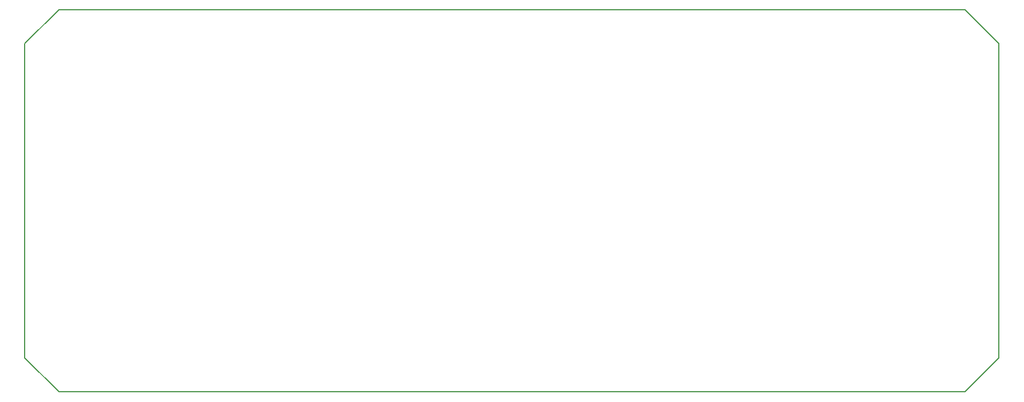
<source format=gbr>
%TF.GenerationSoftware,KiCad,Pcbnew,(5.1.10)-1*%
%TF.CreationDate,2022-09-03T16:46:32+05:30*%
%TF.ProjectId,ENC-nrf-301-02-REV05,454e432d-6e72-4662-9d33-30312d30322d,rev?*%
%TF.SameCoordinates,Original*%
%TF.FileFunction,Profile,NP*%
%FSLAX46Y46*%
G04 Gerber Fmt 4.6, Leading zero omitted, Abs format (unit mm)*
G04 Created by KiCad (PCBNEW (5.1.10)-1) date 2022-09-03 16:46:32*
%MOMM*%
%LPD*%
G01*
G04 APERTURE LIST*
%TA.AperFunction,Profile*%
%ADD10C,0.150000*%
%TD*%
G04 APERTURE END LIST*
D10*
X229950000Y-128400000D02*
X95950000Y-128400000D01*
X90950000Y-123400000D02*
X95950000Y-128400000D01*
X234950000Y-123400000D02*
X229950000Y-128400000D01*
X234950000Y-76900000D02*
X234950000Y-123400000D01*
X229950000Y-71900000D02*
X234950000Y-76900000D01*
X95950000Y-71900000D02*
X229950000Y-71900000D01*
X90950000Y-76900000D02*
X95950000Y-71900000D01*
X90950000Y-123400000D02*
X90950000Y-76900000D01*
M02*

</source>
